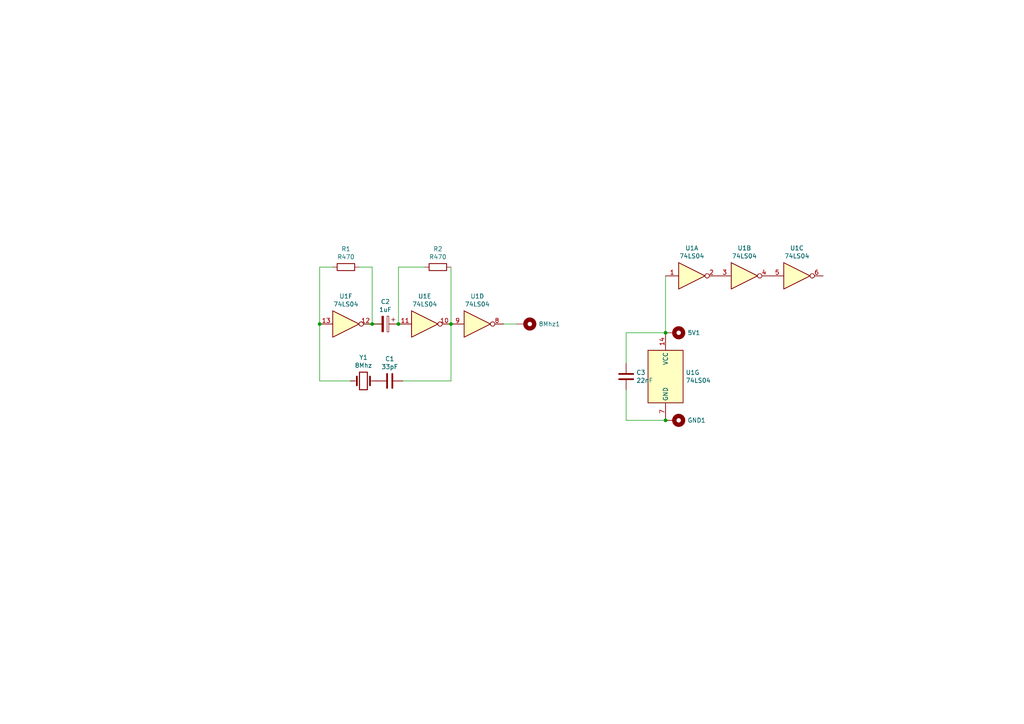
<source format=kicad_sch>
(kicad_sch
	(version 20231120)
	(generator "eeschema")
	(generator_version "8.0")
	(uuid "86c6e24e-8ea8-415d-9e72-65ca5e51824e")
	(paper "A4")
	(title_block
		(title "Sam Coupé DPU")
		(date "2021-02-19")
		(rev "1.0")
		(company "(C)1998 Edwin Blink")
		(comment 1 "PCB in KiCAD by Dan Dooré Feb 2021")
	)
	(lib_symbols
		(symbol "74xx:74LS04"
			(exclude_from_sim no)
			(in_bom yes)
			(on_board yes)
			(property "Reference" "U"
				(at 0 1.27 0)
				(effects
					(font
						(size 1.27 1.27)
					)
				)
			)
			(property "Value" "74LS04"
				(at 0 -1.27 0)
				(effects
					(font
						(size 1.27 1.27)
					)
				)
			)
			(property "Footprint" ""
				(at 0 0 0)
				(effects
					(font
						(size 1.27 1.27)
					)
					(hide yes)
				)
			)
			(property "Datasheet" "http://www.ti.com/lit/gpn/sn74LS04"
				(at 0 0 0)
				(effects
					(font
						(size 1.27 1.27)
					)
					(hide yes)
				)
			)
			(property "Description" "Hex Inverter"
				(at 0 0 0)
				(effects
					(font
						(size 1.27 1.27)
					)
					(hide yes)
				)
			)
			(property "ki_locked" ""
				(at 0 0 0)
				(effects
					(font
						(size 1.27 1.27)
					)
				)
			)
			(property "ki_keywords" "TTL not inv"
				(at 0 0 0)
				(effects
					(font
						(size 1.27 1.27)
					)
					(hide yes)
				)
			)
			(property "ki_fp_filters" "DIP*W7.62mm* SSOP?14* TSSOP?14*"
				(at 0 0 0)
				(effects
					(font
						(size 1.27 1.27)
					)
					(hide yes)
				)
			)
			(symbol "74LS04_1_0"
				(polyline
					(pts
						(xy -3.81 3.81) (xy -3.81 -3.81) (xy 3.81 0) (xy -3.81 3.81)
					)
					(stroke
						(width 0.254)
						(type default)
					)
					(fill
						(type background)
					)
				)
				(pin input line
					(at -7.62 0 0)
					(length 3.81)
					(name "~"
						(effects
							(font
								(size 1.27 1.27)
							)
						)
					)
					(number "1"
						(effects
							(font
								(size 1.27 1.27)
							)
						)
					)
				)
				(pin output inverted
					(at 7.62 0 180)
					(length 3.81)
					(name "~"
						(effects
							(font
								(size 1.27 1.27)
							)
						)
					)
					(number "2"
						(effects
							(font
								(size 1.27 1.27)
							)
						)
					)
				)
			)
			(symbol "74LS04_2_0"
				(polyline
					(pts
						(xy -3.81 3.81) (xy -3.81 -3.81) (xy 3.81 0) (xy -3.81 3.81)
					)
					(stroke
						(width 0.254)
						(type default)
					)
					(fill
						(type background)
					)
				)
				(pin input line
					(at -7.62 0 0)
					(length 3.81)
					(name "~"
						(effects
							(font
								(size 1.27 1.27)
							)
						)
					)
					(number "3"
						(effects
							(font
								(size 1.27 1.27)
							)
						)
					)
				)
				(pin output inverted
					(at 7.62 0 180)
					(length 3.81)
					(name "~"
						(effects
							(font
								(size 1.27 1.27)
							)
						)
					)
					(number "4"
						(effects
							(font
								(size 1.27 1.27)
							)
						)
					)
				)
			)
			(symbol "74LS04_3_0"
				(polyline
					(pts
						(xy -3.81 3.81) (xy -3.81 -3.81) (xy 3.81 0) (xy -3.81 3.81)
					)
					(stroke
						(width 0.254)
						(type default)
					)
					(fill
						(type background)
					)
				)
				(pin input line
					(at -7.62 0 0)
					(length 3.81)
					(name "~"
						(effects
							(font
								(size 1.27 1.27)
							)
						)
					)
					(number "5"
						(effects
							(font
								(size 1.27 1.27)
							)
						)
					)
				)
				(pin output inverted
					(at 7.62 0 180)
					(length 3.81)
					(name "~"
						(effects
							(font
								(size 1.27 1.27)
							)
						)
					)
					(number "6"
						(effects
							(font
								(size 1.27 1.27)
							)
						)
					)
				)
			)
			(symbol "74LS04_4_0"
				(polyline
					(pts
						(xy -3.81 3.81) (xy -3.81 -3.81) (xy 3.81 0) (xy -3.81 3.81)
					)
					(stroke
						(width 0.254)
						(type default)
					)
					(fill
						(type background)
					)
				)
				(pin output inverted
					(at 7.62 0 180)
					(length 3.81)
					(name "~"
						(effects
							(font
								(size 1.27 1.27)
							)
						)
					)
					(number "8"
						(effects
							(font
								(size 1.27 1.27)
							)
						)
					)
				)
				(pin input line
					(at -7.62 0 0)
					(length 3.81)
					(name "~"
						(effects
							(font
								(size 1.27 1.27)
							)
						)
					)
					(number "9"
						(effects
							(font
								(size 1.27 1.27)
							)
						)
					)
				)
			)
			(symbol "74LS04_5_0"
				(polyline
					(pts
						(xy -3.81 3.81) (xy -3.81 -3.81) (xy 3.81 0) (xy -3.81 3.81)
					)
					(stroke
						(width 0.254)
						(type default)
					)
					(fill
						(type background)
					)
				)
				(pin output inverted
					(at 7.62 0 180)
					(length 3.81)
					(name "~"
						(effects
							(font
								(size 1.27 1.27)
							)
						)
					)
					(number "10"
						(effects
							(font
								(size 1.27 1.27)
							)
						)
					)
				)
				(pin input line
					(at -7.62 0 0)
					(length 3.81)
					(name "~"
						(effects
							(font
								(size 1.27 1.27)
							)
						)
					)
					(number "11"
						(effects
							(font
								(size 1.27 1.27)
							)
						)
					)
				)
			)
			(symbol "74LS04_6_0"
				(polyline
					(pts
						(xy -3.81 3.81) (xy -3.81 -3.81) (xy 3.81 0) (xy -3.81 3.81)
					)
					(stroke
						(width 0.254)
						(type default)
					)
					(fill
						(type background)
					)
				)
				(pin output inverted
					(at 7.62 0 180)
					(length 3.81)
					(name "~"
						(effects
							(font
								(size 1.27 1.27)
							)
						)
					)
					(number "12"
						(effects
							(font
								(size 1.27 1.27)
							)
						)
					)
				)
				(pin input line
					(at -7.62 0 0)
					(length 3.81)
					(name "~"
						(effects
							(font
								(size 1.27 1.27)
							)
						)
					)
					(number "13"
						(effects
							(font
								(size 1.27 1.27)
							)
						)
					)
				)
			)
			(symbol "74LS04_7_0"
				(pin power_in line
					(at 0 12.7 270)
					(length 5.08)
					(name "VCC"
						(effects
							(font
								(size 1.27 1.27)
							)
						)
					)
					(number "14"
						(effects
							(font
								(size 1.27 1.27)
							)
						)
					)
				)
				(pin power_in line
					(at 0 -12.7 90)
					(length 5.08)
					(name "GND"
						(effects
							(font
								(size 1.27 1.27)
							)
						)
					)
					(number "7"
						(effects
							(font
								(size 1.27 1.27)
							)
						)
					)
				)
			)
			(symbol "74LS04_7_1"
				(rectangle
					(start -5.08 7.62)
					(end 5.08 -7.62)
					(stroke
						(width 0.254)
						(type default)
					)
					(fill
						(type background)
					)
				)
			)
		)
		(symbol "DPU-rescue:CP-Device"
			(pin_numbers hide)
			(pin_names
				(offset 0.254)
			)
			(exclude_from_sim no)
			(in_bom yes)
			(on_board yes)
			(property "Reference" "C"
				(at 0.635 2.54 0)
				(effects
					(font
						(size 1.27 1.27)
					)
					(justify left)
				)
			)
			(property "Value" "Device_CP"
				(at 0.635 -2.54 0)
				(effects
					(font
						(size 1.27 1.27)
					)
					(justify left)
				)
			)
			(property "Footprint" ""
				(at 0.9652 -3.81 0)
				(effects
					(font
						(size 1.27 1.27)
					)
					(hide yes)
				)
			)
			(property "Datasheet" ""
				(at 0 0 0)
				(effects
					(font
						(size 1.27 1.27)
					)
					(hide yes)
				)
			)
			(property "Description" ""
				(at 0 0 0)
				(effects
					(font
						(size 1.27 1.27)
					)
					(hide yes)
				)
			)
			(property "ki_fp_filters" "CP_*"
				(at 0 0 0)
				(effects
					(font
						(size 1.27 1.27)
					)
					(hide yes)
				)
			)
			(symbol "CP-Device_0_1"
				(rectangle
					(start -2.286 0.508)
					(end 2.286 1.016)
					(stroke
						(width 0)
						(type solid)
					)
					(fill
						(type none)
					)
				)
				(polyline
					(pts
						(xy -1.778 2.286) (xy -0.762 2.286)
					)
					(stroke
						(width 0)
						(type solid)
					)
					(fill
						(type none)
					)
				)
				(polyline
					(pts
						(xy -1.27 2.794) (xy -1.27 1.778)
					)
					(stroke
						(width 0)
						(type solid)
					)
					(fill
						(type none)
					)
				)
				(rectangle
					(start 2.286 -0.508)
					(end -2.286 -1.016)
					(stroke
						(width 0)
						(type solid)
					)
					(fill
						(type outline)
					)
				)
			)
			(symbol "CP-Device_1_1"
				(pin passive line
					(at 0 3.81 270)
					(length 2.794)
					(name "~"
						(effects
							(font
								(size 1.27 1.27)
							)
						)
					)
					(number "1"
						(effects
							(font
								(size 1.27 1.27)
							)
						)
					)
				)
				(pin passive line
					(at 0 -3.81 90)
					(length 2.794)
					(name "~"
						(effects
							(font
								(size 1.27 1.27)
							)
						)
					)
					(number "2"
						(effects
							(font
								(size 1.27 1.27)
							)
						)
					)
				)
			)
		)
		(symbol "Device:C"
			(pin_numbers hide)
			(pin_names
				(offset 0.254)
			)
			(exclude_from_sim no)
			(in_bom yes)
			(on_board yes)
			(property "Reference" "C"
				(at 0.635 2.54 0)
				(effects
					(font
						(size 1.27 1.27)
					)
					(justify left)
				)
			)
			(property "Value" "C"
				(at 0.635 -2.54 0)
				(effects
					(font
						(size 1.27 1.27)
					)
					(justify left)
				)
			)
			(property "Footprint" ""
				(at 0.9652 -3.81 0)
				(effects
					(font
						(size 1.27 1.27)
					)
					(hide yes)
				)
			)
			(property "Datasheet" "~"
				(at 0 0 0)
				(effects
					(font
						(size 1.27 1.27)
					)
					(hide yes)
				)
			)
			(property "Description" "Unpolarized capacitor"
				(at 0 0 0)
				(effects
					(font
						(size 1.27 1.27)
					)
					(hide yes)
				)
			)
			(property "ki_keywords" "cap capacitor"
				(at 0 0 0)
				(effects
					(font
						(size 1.27 1.27)
					)
					(hide yes)
				)
			)
			(property "ki_fp_filters" "C_*"
				(at 0 0 0)
				(effects
					(font
						(size 1.27 1.27)
					)
					(hide yes)
				)
			)
			(symbol "C_0_1"
				(polyline
					(pts
						(xy -2.032 -0.762) (xy 2.032 -0.762)
					)
					(stroke
						(width 0.508)
						(type default)
					)
					(fill
						(type none)
					)
				)
				(polyline
					(pts
						(xy -2.032 0.762) (xy 2.032 0.762)
					)
					(stroke
						(width 0.508)
						(type default)
					)
					(fill
						(type none)
					)
				)
			)
			(symbol "C_1_1"
				(pin passive line
					(at 0 3.81 270)
					(length 2.794)
					(name "~"
						(effects
							(font
								(size 1.27 1.27)
							)
						)
					)
					(number "1"
						(effects
							(font
								(size 1.27 1.27)
							)
						)
					)
				)
				(pin passive line
					(at 0 -3.81 90)
					(length 2.794)
					(name "~"
						(effects
							(font
								(size 1.27 1.27)
							)
						)
					)
					(number "2"
						(effects
							(font
								(size 1.27 1.27)
							)
						)
					)
				)
			)
		)
		(symbol "Device:Crystal"
			(pin_numbers hide)
			(pin_names
				(offset 1.016) hide)
			(exclude_from_sim no)
			(in_bom yes)
			(on_board yes)
			(property "Reference" "Y"
				(at 0 3.81 0)
				(effects
					(font
						(size 1.27 1.27)
					)
				)
			)
			(property "Value" "Crystal"
				(at 0 -3.81 0)
				(effects
					(font
						(size 1.27 1.27)
					)
				)
			)
			(property "Footprint" ""
				(at 0 0 0)
				(effects
					(font
						(size 1.27 1.27)
					)
					(hide yes)
				)
			)
			(property "Datasheet" "~"
				(at 0 0 0)
				(effects
					(font
						(size 1.27 1.27)
					)
					(hide yes)
				)
			)
			(property "Description" "Two pin crystal"
				(at 0 0 0)
				(effects
					(font
						(size 1.27 1.27)
					)
					(hide yes)
				)
			)
			(property "ki_keywords" "quartz ceramic resonator oscillator"
				(at 0 0 0)
				(effects
					(font
						(size 1.27 1.27)
					)
					(hide yes)
				)
			)
			(property "ki_fp_filters" "Crystal*"
				(at 0 0 0)
				(effects
					(font
						(size 1.27 1.27)
					)
					(hide yes)
				)
			)
			(symbol "Crystal_0_1"
				(rectangle
					(start -1.143 2.54)
					(end 1.143 -2.54)
					(stroke
						(width 0.3048)
						(type default)
					)
					(fill
						(type none)
					)
				)
				(polyline
					(pts
						(xy -2.54 0) (xy -1.905 0)
					)
					(stroke
						(width 0)
						(type default)
					)
					(fill
						(type none)
					)
				)
				(polyline
					(pts
						(xy -1.905 -1.27) (xy -1.905 1.27)
					)
					(stroke
						(width 0.508)
						(type default)
					)
					(fill
						(type none)
					)
				)
				(polyline
					(pts
						(xy 1.905 -1.27) (xy 1.905 1.27)
					)
					(stroke
						(width 0.508)
						(type default)
					)
					(fill
						(type none)
					)
				)
				(polyline
					(pts
						(xy 2.54 0) (xy 1.905 0)
					)
					(stroke
						(width 0)
						(type default)
					)
					(fill
						(type none)
					)
				)
			)
			(symbol "Crystal_1_1"
				(pin passive line
					(at -3.81 0 0)
					(length 1.27)
					(name "1"
						(effects
							(font
								(size 1.27 1.27)
							)
						)
					)
					(number "1"
						(effects
							(font
								(size 1.27 1.27)
							)
						)
					)
				)
				(pin passive line
					(at 3.81 0 180)
					(length 1.27)
					(name "2"
						(effects
							(font
								(size 1.27 1.27)
							)
						)
					)
					(number "2"
						(effects
							(font
								(size 1.27 1.27)
							)
						)
					)
				)
			)
		)
		(symbol "Device:R"
			(pin_numbers hide)
			(pin_names
				(offset 0)
			)
			(exclude_from_sim no)
			(in_bom yes)
			(on_board yes)
			(property "Reference" "R"
				(at 2.032 0 90)
				(effects
					(font
						(size 1.27 1.27)
					)
				)
			)
			(property "Value" "R"
				(at 0 0 90)
				(effects
					(font
						(size 1.27 1.27)
					)
				)
			)
			(property "Footprint" ""
				(at -1.778 0 90)
				(effects
					(font
						(size 1.27 1.27)
					)
					(hide yes)
				)
			)
			(property "Datasheet" "~"
				(at 0 0 0)
				(effects
					(font
						(size 1.27 1.27)
					)
					(hide yes)
				)
			)
			(property "Description" "Resistor"
				(at 0 0 0)
				(effects
					(font
						(size 1.27 1.27)
					)
					(hide yes)
				)
			)
			(property "ki_keywords" "R res resistor"
				(at 0 0 0)
				(effects
					(font
						(size 1.27 1.27)
					)
					(hide yes)
				)
			)
			(property "ki_fp_filters" "R_*"
				(at 0 0 0)
				(effects
					(font
						(size 1.27 1.27)
					)
					(hide yes)
				)
			)
			(symbol "R_0_1"
				(rectangle
					(start -1.016 -2.54)
					(end 1.016 2.54)
					(stroke
						(width 0.254)
						(type default)
					)
					(fill
						(type none)
					)
				)
			)
			(symbol "R_1_1"
				(pin passive line
					(at 0 3.81 270)
					(length 1.27)
					(name "~"
						(effects
							(font
								(size 1.27 1.27)
							)
						)
					)
					(number "1"
						(effects
							(font
								(size 1.27 1.27)
							)
						)
					)
				)
				(pin passive line
					(at 0 -3.81 90)
					(length 1.27)
					(name "~"
						(effects
							(font
								(size 1.27 1.27)
							)
						)
					)
					(number "2"
						(effects
							(font
								(size 1.27 1.27)
							)
						)
					)
				)
			)
		)
		(symbol "Mechanical:MountingHole_Pad"
			(pin_numbers hide)
			(pin_names
				(offset 1.016) hide)
			(exclude_from_sim yes)
			(in_bom no)
			(on_board yes)
			(property "Reference" "H"
				(at 0 6.35 0)
				(effects
					(font
						(size 1.27 1.27)
					)
				)
			)
			(property "Value" "MountingHole_Pad"
				(at 0 4.445 0)
				(effects
					(font
						(size 1.27 1.27)
					)
				)
			)
			(property "Footprint" ""
				(at 0 0 0)
				(effects
					(font
						(size 1.27 1.27)
					)
					(hide yes)
				)
			)
			(property "Datasheet" "~"
				(at 0 0 0)
				(effects
					(font
						(size 1.27 1.27)
					)
					(hide yes)
				)
			)
			(property "Description" "Mounting Hole with connection"
				(at 0 0 0)
				(effects
					(font
						(size 1.27 1.27)
					)
					(hide yes)
				)
			)
			(property "ki_keywords" "mounting hole"
				(at 0 0 0)
				(effects
					(font
						(size 1.27 1.27)
					)
					(hide yes)
				)
			)
			(property "ki_fp_filters" "MountingHole*Pad*"
				(at 0 0 0)
				(effects
					(font
						(size 1.27 1.27)
					)
					(hide yes)
				)
			)
			(symbol "MountingHole_Pad_0_1"
				(circle
					(center 0 1.27)
					(radius 1.27)
					(stroke
						(width 1.27)
						(type default)
					)
					(fill
						(type none)
					)
				)
			)
			(symbol "MountingHole_Pad_1_1"
				(pin input line
					(at 0 -2.54 90)
					(length 2.54)
					(name "1"
						(effects
							(font
								(size 1.27 1.27)
							)
						)
					)
					(number "1"
						(effects
							(font
								(size 1.27 1.27)
							)
						)
					)
				)
			)
		)
	)
	(junction
		(at 193.04 121.92)
		(diameter 0)
		(color 0 0 0 0)
		(uuid "298df627-8468-408d-8ec6-0d0d00a575d2")
	)
	(junction
		(at 115.57 93.98)
		(diameter 0)
		(color 0 0 0 0)
		(uuid "72fe95aa-b37f-4160-a7d4-334f16e3597f")
	)
	(junction
		(at 107.95 93.98)
		(diameter 0)
		(color 0 0 0 0)
		(uuid "bbcb18f6-cf11-4b03-9136-5914549b6561")
	)
	(junction
		(at 92.71 93.98)
		(diameter 0)
		(color 0 0 0 0)
		(uuid "bdbe9aad-5d75-4f53-88f2-83cd3c668cd1")
	)
	(junction
		(at 130.81 93.98)
		(diameter 0)
		(color 0 0 0 0)
		(uuid "e5389de5-a7e6-43b2-b81c-8ad62dc6b3cd")
	)
	(junction
		(at 193.04 96.52)
		(diameter 0)
		(color 0 0 0 0)
		(uuid "f6e647df-0ec9-4a40-a855-6cee47faec72")
	)
	(wire
		(pts
			(xy 105.41 93.98) (xy 107.95 93.98)
		)
		(stroke
			(width 0)
			(type default)
		)
		(uuid "01afc1ad-24d5-464b-83c9-d82a4cf0d095")
	)
	(wire
		(pts
			(xy 123.19 77.47) (xy 115.57 77.47)
		)
		(stroke
			(width 0)
			(type default)
		)
		(uuid "082ba35e-cd16-4418-ba77-563d9c795694")
	)
	(wire
		(pts
			(xy 181.61 121.92) (xy 193.04 121.92)
		)
		(stroke
			(width 0)
			(type default)
		)
		(uuid "0f38aa01-9ce6-4e10-9f21-af00924662de")
	)
	(wire
		(pts
			(xy 181.61 105.41) (xy 181.61 96.52)
		)
		(stroke
			(width 0)
			(type default)
		)
		(uuid "184f143d-8ff4-4bb8-8e73-1f396c0ad270")
	)
	(wire
		(pts
			(xy 130.81 110.49) (xy 130.81 93.98)
		)
		(stroke
			(width 0)
			(type default)
		)
		(uuid "2035a28f-61dc-4039-85e5-2392011cd340")
	)
	(wire
		(pts
			(xy 116.84 110.49) (xy 130.81 110.49)
		)
		(stroke
			(width 0)
			(type default)
		)
		(uuid "49baeaca-de36-422b-8938-06d33c5c1c3f")
	)
	(wire
		(pts
			(xy 92.71 77.47) (xy 92.71 93.98)
		)
		(stroke
			(width 0)
			(type default)
		)
		(uuid "629b01c3-7c64-4dfb-a53e-bce875d80db3")
	)
	(wire
		(pts
			(xy 104.14 77.47) (xy 107.95 77.47)
		)
		(stroke
			(width 0)
			(type default)
		)
		(uuid "6947b1be-8848-43c9-81b0-6d55042ed33f")
	)
	(wire
		(pts
			(xy 181.61 113.03) (xy 181.61 121.92)
		)
		(stroke
			(width 0)
			(type default)
		)
		(uuid "795f8a45-2eb4-46e5-bb8e-4e23e801d144")
	)
	(wire
		(pts
			(xy 110.49 93.98) (xy 107.95 93.98)
		)
		(stroke
			(width 0)
			(type default)
		)
		(uuid "8e644ff6-b6c5-47fa-aa58-892c7e867c7b")
	)
	(wire
		(pts
			(xy 130.81 77.47) (xy 130.81 93.98)
		)
		(stroke
			(width 0)
			(type default)
		)
		(uuid "a78bef92-bac8-42b9-84e1-4bce1ba1df10")
	)
	(wire
		(pts
			(xy 146.05 93.98) (xy 149.86 93.98)
		)
		(stroke
			(width 0)
			(type default)
		)
		(uuid "abe07387-d417-4181-9d32-08199bcbca11")
	)
	(wire
		(pts
			(xy 193.04 80.01) (xy 193.04 96.52)
		)
		(stroke
			(width 0)
			(type default)
		)
		(uuid "b4e2914a-e4bd-4122-bb50-8830db015313")
	)
	(wire
		(pts
			(xy 107.95 77.47) (xy 107.95 93.98)
		)
		(stroke
			(width 0)
			(type default)
		)
		(uuid "b536ea92-5ccb-4040-be5c-c93b88dfdba6")
	)
	(wire
		(pts
			(xy 96.52 77.47) (xy 92.71 77.47)
		)
		(stroke
			(width 0)
			(type default)
		)
		(uuid "bcf563a3-3617-4c56-b263-6e78e8fb8e8f")
	)
	(wire
		(pts
			(xy 92.71 110.49) (xy 101.6 110.49)
		)
		(stroke
			(width 0)
			(type default)
		)
		(uuid "d7cb93db-c394-4c34-b016-34c686012a8d")
	)
	(wire
		(pts
			(xy 181.61 96.52) (xy 193.04 96.52)
		)
		(stroke
			(width 0)
			(type default)
		)
		(uuid "e8da5cd5-ff46-4384-b362-0c6ab2923671")
	)
	(wire
		(pts
			(xy 92.71 93.98) (xy 92.71 110.49)
		)
		(stroke
			(width 0)
			(type default)
		)
		(uuid "eed39df7-10e6-4c24-ae1d-cd9d7b594f7b")
	)
	(wire
		(pts
			(xy 115.57 77.47) (xy 115.57 93.98)
		)
		(stroke
			(width 0)
			(type default)
		)
		(uuid "fe330dc1-66d8-487b-b2cc-a4a84a9798a5")
	)
	(symbol
		(lib_id "74xx:74LS04")
		(at 100.33 93.98 0)
		(unit 6)
		(exclude_from_sim no)
		(in_bom yes)
		(on_board yes)
		(dnp no)
		(uuid "00000000-0000-0000-0000-000060300a59")
		(property "Reference" "U1"
			(at 100.33 85.9282 0)
			(effects
				(font
					(size 1.27 1.27)
				)
			)
		)
		(property "Value" "74LS04"
			(at 100.33 88.2396 0)
			(effects
				(font
					(size 1.27 1.27)
				)
			)
		)
		(property "Footprint" "Package_DIP:DIP-14_W7.62mm"
			(at 100.33 88.265 0)
			(effects
				(font
					(size 1.27 1.27)
				)
				(hide yes)
			)
		)
		(property "Datasheet" "http://www.ti.com/lit/gpn/sn74LS04"
			(at 100.33 93.98 0)
			(effects
				(font
					(size 1.27 1.27)
				)
				(hide yes)
			)
		)
		(property "Description" ""
			(at 100.33 93.98 0)
			(effects
				(font
					(size 1.27 1.27)
				)
				(hide yes)
			)
		)
		(pin "13"
			(uuid "9c7b5d91-79df-4985-ba38-6e11f3c17b19")
		)
		(pin "7"
			(uuid "31e44676-6e68-462a-a7d0-1777fa299f11")
		)
		(pin "14"
			(uuid "558a68a9-12f2-442a-a4f9-7b065030a7ac")
		)
		(pin "10"
			(uuid "9a59ea50-ec0a-49e5-aa4b-cc50aa904db8")
		)
		(pin "11"
			(uuid "97b1eabc-9802-4745-a1f4-576b8118220a")
		)
		(pin "2"
			(uuid "afde2389-5842-4d18-8a98-70e5c9b03b23")
		)
		(pin "8"
			(uuid "9ac8fce7-fff8-4ad8-ad80-2ec2349f713b")
		)
		(pin "9"
			(uuid "c1741ae3-8fab-49a0-8c57-e05670c91236")
		)
		(pin "12"
			(uuid "dc3b6615-20b1-4af2-8522-6665d3dc533d")
		)
		(pin "1"
			(uuid "83c134e0-bc44-496b-bbab-efe907f15c63")
		)
		(pin "3"
			(uuid "7200cc02-9afa-4054-b8e7-abe36a8881ea")
		)
		(pin "4"
			(uuid "d3b521e9-4235-45d4-b471-dc0c0b9c27c7")
		)
		(pin "5"
			(uuid "202da263-aec3-4fc3-b7be-b04a3c094ab3")
		)
		(pin "6"
			(uuid "bbb5b572-c023-4854-9a69-f20f46cfae7b")
		)
		(instances
			(project "DPU"
				(path "/86c6e24e-8ea8-415d-9e72-65ca5e51824e"
					(reference "U1")
					(unit 6)
				)
			)
		)
	)
	(symbol
		(lib_id "74xx:74LS04")
		(at 123.19 93.98 0)
		(unit 5)
		(exclude_from_sim no)
		(in_bom yes)
		(on_board yes)
		(dnp no)
		(uuid "00000000-0000-0000-0000-000060301fdc")
		(property "Reference" "U1"
			(at 123.19 85.9282 0)
			(effects
				(font
					(size 1.27 1.27)
				)
			)
		)
		(property "Value" "74LS04"
			(at 123.19 88.2396 0)
			(effects
				(font
					(size 1.27 1.27)
				)
			)
		)
		(property "Footprint" "Package_DIP:DIP-14_W7.62mm"
			(at 123.19 93.98 0)
			(effects
				(font
					(size 1.27 1.27)
				)
				(hide yes)
			)
		)
		(property "Datasheet" "http://www.ti.com/lit/gpn/sn74LS04"
			(at 123.19 93.98 0)
			(effects
				(font
					(size 1.27 1.27)
				)
				(hide yes)
			)
		)
		(property "Description" ""
			(at 123.19 93.98 0)
			(effects
				(font
					(size 1.27 1.27)
				)
				(hide yes)
			)
		)
		(pin "13"
			(uuid "9f71e3b3-9a1e-4a8e-9a45-1080b7d95b1f")
		)
		(pin "14"
			(uuid "6d38d123-b03d-4a2e-a9f1-59d53dd41e9c")
		)
		(pin "7"
			(uuid "7eec53a2-ca5c-44ec-8d04-4f68908598c1")
		)
		(pin "9"
			(uuid "6e6ee4ff-3ccb-4680-8d9e-576db9b42ac6")
		)
		(pin "3"
			(uuid "90c9327d-b220-4a7b-9bc3-153d0aa633d6")
		)
		(pin "2"
			(uuid "dbbcde46-2e6d-49ae-bb30-648328f88405")
		)
		(pin "4"
			(uuid "51edbfce-9e79-49ef-bd1a-8203d240576a")
		)
		(pin "8"
			(uuid "c461a2cc-d506-4e9e-bf1c-72788c9832fe")
		)
		(pin "11"
			(uuid "4fbd16b9-e765-4c48-9402-85553ff3bdd5")
		)
		(pin "1"
			(uuid "29b76608-dd93-4371-b168-dbc95d18b252")
		)
		(pin "5"
			(uuid "76f80aac-86c1-4f97-9622-58d83d59da11")
		)
		(pin "6"
			(uuid "de465bc7-a089-4634-bbde-7fdb64d7ea45")
		)
		(pin "10"
			(uuid "6ad04fe4-363e-4a5f-a7be-4416a6b33d86")
		)
		(pin "12"
			(uuid "524f8df1-5d42-4599-81f5-b6e002b5adc6")
		)
		(instances
			(project "DPU"
				(path "/86c6e24e-8ea8-415d-9e72-65ca5e51824e"
					(reference "U1")
					(unit 5)
				)
			)
		)
	)
	(symbol
		(lib_id "74xx:74LS04")
		(at 138.43 93.98 0)
		(unit 4)
		(exclude_from_sim no)
		(in_bom yes)
		(on_board yes)
		(dnp no)
		(uuid "00000000-0000-0000-0000-000060303f7b")
		(property "Reference" "U1"
			(at 138.43 85.9282 0)
			(effects
				(font
					(size 1.27 1.27)
				)
			)
		)
		(property "Value" "74LS04"
			(at 138.43 88.2396 0)
			(effects
				(font
					(size 1.27 1.27)
				)
			)
		)
		(property "Footprint" "Package_DIP:DIP-14_W7.62mm"
			(at 138.43 93.98 0)
			(effects
				(font
					(size 1.27 1.27)
				)
				(hide yes)
			)
		)
		(property "Datasheet" "http://www.ti.com/lit/gpn/sn74LS04"
			(at 138.43 93.98 0)
			(effects
				(font
					(size 1.27 1.27)
				)
				(hide yes)
			)
		)
		(property "Description" ""
			(at 138.43 93.98 0)
			(effects
				(font
					(size 1.27 1.27)
				)
				(hide yes)
			)
		)
		(pin "1"
			(uuid "6bc125c9-fe0a-4fb9-ba87-9629b2aa5208")
		)
		(pin "7"
			(uuid "80c70fab-2645-40c3-9203-90ac1a5cfcad")
		)
		(pin "11"
			(uuid "542343a0-9df6-49be-8ca3-f211545fdf5c")
		)
		(pin "14"
			(uuid "dd4a5446-7daa-4ba1-a403-a0a6fa5f35ce")
		)
		(pin "10"
			(uuid "15a031a0-d906-4aac-ba48-369a57721e8c")
		)
		(pin "2"
			(uuid "16809346-7b8f-407b-9cd3-60aa36f75f31")
		)
		(pin "5"
			(uuid "ed465822-c912-43cb-b309-0815cd46f240")
		)
		(pin "4"
			(uuid "c5f68bdc-f53e-493e-88f2-44fb15e6474b")
		)
		(pin "8"
			(uuid "1e649233-1b89-4432-a42d-b28b68efa90b")
		)
		(pin "9"
			(uuid "43ac34af-b4eb-4d85-9e7d-6282271f0b93")
		)
		(pin "12"
			(uuid "fbc3f776-116c-4b65-94b8-072c5a3d4e10")
		)
		(pin "6"
			(uuid "18602aa0-16db-48ce-b0a7-330396fa7f86")
		)
		(pin "13"
			(uuid "99d733c1-a695-410e-819b-2d0917a56a18")
		)
		(pin "3"
			(uuid "97f12c01-4bd4-49a5-a94a-426f52834b2f")
		)
		(instances
			(project "DPU"
				(path "/86c6e24e-8ea8-415d-9e72-65ca5e51824e"
					(reference "U1")
					(unit 4)
				)
			)
		)
	)
	(symbol
		(lib_id "74xx:74LS04")
		(at 200.66 80.01 0)
		(unit 1)
		(exclude_from_sim no)
		(in_bom yes)
		(on_board yes)
		(dnp no)
		(uuid "00000000-0000-0000-0000-0000603044ec")
		(property "Reference" "U1"
			(at 200.66 71.9582 0)
			(effects
				(font
					(size 1.27 1.27)
				)
			)
		)
		(property "Value" "74LS04"
			(at 200.66 74.2696 0)
			(effects
				(font
					(size 1.27 1.27)
				)
			)
		)
		(property "Footprint" "Package_DIP:DIP-14_W7.62mm"
			(at 200.66 80.01 0)
			(effects
				(font
					(size 1.27 1.27)
				)
				(hide yes)
			)
		)
		(property "Datasheet" "http://www.ti.com/lit/gpn/sn74LS04"
			(at 200.66 80.01 0)
			(effects
				(font
					(size 1.27 1.27)
				)
				(hide yes)
			)
		)
		(property "Description" ""
			(at 200.66 80.01 0)
			(effects
				(font
					(size 1.27 1.27)
				)
				(hide yes)
			)
		)
		(pin "11"
			(uuid "ad0bcde9-2c30-4aa9-96c0-58e67318fc84")
		)
		(pin "13"
			(uuid "282f85c7-1e80-497b-82b4-6867a859b2f6")
		)
		(pin "9"
			(uuid "2105122e-7e29-4749-a46a-7b4d0502aa27")
		)
		(pin "8"
			(uuid "f05e0ad2-fc28-4b45-bd7f-01a73a408210")
		)
		(pin "12"
			(uuid "85266373-9628-4241-afeb-6491bcd022ff")
		)
		(pin "14"
			(uuid "29fa2d12-ff6d-4d8a-812f-62be038470a8")
		)
		(pin "1"
			(uuid "61a1f3f6-0eba-417a-a1c8-b22d804b8019")
		)
		(pin "3"
			(uuid "d1aaabc8-d99f-4b82-acd0-d1a7dfd4e1cf")
		)
		(pin "4"
			(uuid "40def369-804e-4028-ae56-9e58ba3445f5")
		)
		(pin "6"
			(uuid "b53fc91c-bf36-489e-86f1-7f097b7686ab")
		)
		(pin "10"
			(uuid "1d52d7a9-fbdd-4b95-a8e4-823ed66d4fa3")
		)
		(pin "7"
			(uuid "359891e9-f3c5-4967-b870-6f48b3ae51d8")
		)
		(pin "2"
			(uuid "98ac2dc7-ac27-4021-8de0-7a2768957182")
		)
		(pin "5"
			(uuid "97cbb315-9f29-4537-a45b-05a25f57bddd")
		)
		(instances
			(project "DPU"
				(path "/86c6e24e-8ea8-415d-9e72-65ca5e51824e"
					(reference "U1")
					(unit 1)
				)
			)
		)
	)
	(symbol
		(lib_id "74xx:74LS04")
		(at 215.9 80.01 0)
		(unit 2)
		(exclude_from_sim no)
		(in_bom yes)
		(on_board yes)
		(dnp no)
		(uuid "00000000-0000-0000-0000-000060305246")
		(property "Reference" "U1"
			(at 215.9 71.9582 0)
			(effects
				(font
					(size 1.27 1.27)
				)
			)
		)
		(property "Value" "74LS04"
			(at 215.9 74.2696 0)
			(effects
				(font
					(size 1.27 1.27)
				)
			)
		)
		(property "Footprint" "Package_DIP:DIP-14_W7.62mm"
			(at 215.9 80.01 0)
			(effects
				(font
					(size 1.27 1.27)
				)
				(hide yes)
			)
		)
		(property "Datasheet" "http://www.ti.com/lit/gpn/sn74LS04"
			(at 215.9 80.01 0)
			(effects
				(font
					(size 1.27 1.27)
				)
				(hide yes)
			)
		)
		(property "Description" ""
			(at 215.9 80.01 0)
			(effects
				(font
					(size 1.27 1.27)
				)
				(hide yes)
			)
		)
		(pin "12"
			(uuid "1abf8944-8327-44cf-bf87-a1c523829128")
		)
		(pin "7"
			(uuid "ff4f0797-e91f-4841-9217-52532ab5306a")
		)
		(pin "14"
			(uuid "27126d89-8b49-45e4-8f0e-1dcf4b2b4fa5")
		)
		(pin "11"
			(uuid "5032cac4-866e-4538-9f5d-ef22c3921e56")
		)
		(pin "10"
			(uuid "b1b2dd69-1eca-4894-bc85-be27e205839f")
		)
		(pin "2"
			(uuid "b2746400-4859-4a2a-ae80-e5a1028d0c54")
		)
		(pin "4"
			(uuid "0a162148-0262-4baf-bb6c-449a4bb3869c")
		)
		(pin "6"
			(uuid "d3fae10b-8835-41ed-bc0c-d945cedcc3ac")
		)
		(pin "3"
			(uuid "4d797309-a8dd-47e2-b010-56dd7d251601")
		)
		(pin "9"
			(uuid "2226ddb0-67ba-4c33-985a-1921b545cd42")
		)
		(pin "8"
			(uuid "50908ee9-f385-46ce-84a2-4853468e8f8f")
		)
		(pin "13"
			(uuid "c3628740-f72c-47bf-aa5a-76eac8030a31")
		)
		(pin "1"
			(uuid "ce33a756-6fac-4292-bff9-84dda22401ef")
		)
		(pin "5"
			(uuid "d7701a4c-aa4e-4449-822d-c38d33990d48")
		)
		(instances
			(project "DPU"
				(path "/86c6e24e-8ea8-415d-9e72-65ca5e51824e"
					(reference "U1")
					(unit 2)
				)
			)
		)
	)
	(symbol
		(lib_id "74xx:74LS04")
		(at 231.14 80.01 0)
		(unit 3)
		(exclude_from_sim no)
		(in_bom yes)
		(on_board yes)
		(dnp no)
		(uuid "00000000-0000-0000-0000-00006030608c")
		(property "Reference" "U1"
			(at 231.14 71.9582 0)
			(effects
				(font
					(size 1.27 1.27)
				)
			)
		)
		(property "Value" "74LS04"
			(at 231.14 74.2696 0)
			(effects
				(font
					(size 1.27 1.27)
				)
			)
		)
		(property "Footprint" "Package_DIP:DIP-14_W7.62mm"
			(at 231.14 80.01 0)
			(effects
				(font
					(size 1.27 1.27)
				)
				(hide yes)
			)
		)
		(property "Datasheet" "http://www.ti.com/lit/gpn/sn74LS04"
			(at 231.14 80.01 0)
			(effects
				(font
					(size 1.27 1.27)
				)
				(hide yes)
			)
		)
		(property "Description" ""
			(at 231.14 80.01 0)
			(effects
				(font
					(size 1.27 1.27)
				)
				(hide yes)
			)
		)
		(pin "10"
			(uuid "4a72042f-3aec-4ba6-8c28-6433de7f2e66")
		)
		(pin "11"
			(uuid "c79967b4-1153-444e-a17b-ac1436eb54c8")
		)
		(pin "6"
			(uuid "1bd112a6-5483-478b-bfac-12eed58a5698")
		)
		(pin "13"
			(uuid "70a7fa7b-a58e-4c03-bdac-d3ef682f625f")
		)
		(pin "2"
			(uuid "11c20bca-922b-43f1-8ca3-0098bca9699c")
		)
		(pin "14"
			(uuid "838ee40a-9a87-4179-928a-783d5ee8cb37")
		)
		(pin "4"
			(uuid "d1d56710-19f9-472b-9dd4-60b1716416e6")
		)
		(pin "5"
			(uuid "0484a9bd-87d3-46d3-82d4-070a248ddfe7")
		)
		(pin "9"
			(uuid "40deb69a-8c90-4deb-9f4b-5e72e0799f85")
		)
		(pin "1"
			(uuid "d75c503e-c447-4dca-b047-761c3e992114")
		)
		(pin "8"
			(uuid "ac9e1bd1-65ee-4b74-9539-4e196553b90f")
		)
		(pin "3"
			(uuid "23a63089-bbc8-4db1-8a88-d87ac2b0f85b")
		)
		(pin "7"
			(uuid "dbcaea80-bc2a-4c77-876b-16d745a313a0")
		)
		(pin "12"
			(uuid "c7560fc3-bdef-42f9-b843-c1332700d599")
		)
		(instances
			(project "DPU"
				(path "/86c6e24e-8ea8-415d-9e72-65ca5e51824e"
					(reference "U1")
					(unit 3)
				)
			)
		)
	)
	(symbol
		(lib_id "74xx:74LS04")
		(at 193.04 109.22 0)
		(unit 7)
		(exclude_from_sim no)
		(in_bom yes)
		(on_board yes)
		(dnp no)
		(uuid "00000000-0000-0000-0000-000060307679")
		(property "Reference" "U1"
			(at 198.882 108.0516 0)
			(effects
				(font
					(size 1.27 1.27)
				)
				(justify left)
			)
		)
		(property "Value" "74LS04"
			(at 198.882 110.363 0)
			(effects
				(font
					(size 1.27 1.27)
				)
				(justify left)
			)
		)
		(property "Footprint" "Package_DIP:DIP-14_W7.62mm"
			(at 193.04 109.22 0)
			(effects
				(font
					(size 1.27 1.27)
				)
				(hide yes)
			)
		)
		(property "Datasheet" "http://www.ti.com/lit/gpn/sn74LS04"
			(at 193.04 109.22 0)
			(effects
				(font
					(size 1.27 1.27)
				)
				(hide yes)
			)
		)
		(property "Description" ""
			(at 193.04 109.22 0)
			(effects
				(font
					(size 1.27 1.27)
				)
				(hide yes)
			)
		)
		(pin "10"
			(uuid "283edd09-c161-435f-9e01-e7aaae3c176f")
		)
		(pin "11"
			(uuid "1aed5a32-a35b-4ed5-b72d-f34677637358")
		)
		(pin "3"
			(uuid "89050c74-396d-4fc4-83e8-8ba08fc35e03")
		)
		(pin "6"
			(uuid "f5a23031-7db6-4b7e-84ae-e7ec5c8888cf")
		)
		(pin "1"
			(uuid "97a7f935-ab60-44c8-b443-603153b9b664")
		)
		(pin "13"
			(uuid "ead8e5f8-5c04-4ca6-8ce9-cf492d938e5d")
		)
		(pin "14"
			(uuid "e807ef88-6a3c-4c4d-99f1-61f47211cb14")
		)
		(pin "4"
			(uuid "ff9ba425-d445-4e88-8370-e6d0cc53cf9f")
		)
		(pin "5"
			(uuid "e17f329b-3130-4684-b9d3-94fd782cc446")
		)
		(pin "9"
			(uuid "31a5640c-99b0-4d95-b28e-4d557c052551")
		)
		(pin "8"
			(uuid "e510709a-cf63-431a-9a07-642e697394b8")
		)
		(pin "2"
			(uuid "cecf38b8-36e9-4b38-b9cd-32eee11aaf7b")
		)
		(pin "7"
			(uuid "4e335077-daf6-4490-85d4-49293fcc222d")
		)
		(pin "12"
			(uuid "9866f1f7-8831-4430-80fb-7c31a12da442")
		)
		(instances
			(project "DPU"
				(path "/86c6e24e-8ea8-415d-9e72-65ca5e51824e"
					(reference "U1")
					(unit 7)
				)
			)
		)
	)
	(symbol
		(lib_id "Device:R")
		(at 100.33 77.47 270)
		(unit 1)
		(exclude_from_sim no)
		(in_bom yes)
		(on_board yes)
		(dnp no)
		(uuid "00000000-0000-0000-0000-00006030e248")
		(property "Reference" "R1"
			(at 100.33 72.2122 90)
			(effects
				(font
					(size 1.27 1.27)
				)
			)
		)
		(property "Value" "R470"
			(at 100.33 74.5236 90)
			(effects
				(font
					(size 1.27 1.27)
				)
			)
		)
		(property "Footprint" "Resistor_THT:R_Axial_DIN0207_L6.3mm_D2.5mm_P7.62mm_Horizontal"
			(at 98.0186 79.248 0)
			(effects
				(font
					(size 1.27 1.27)
				)
				(justify left)
				(hide yes)
			)
		)
		(property "Datasheet" "~"
			(at 100.33 77.47 0)
			(effects
				(font
					(size 1.27 1.27)
				)
				(hide yes)
			)
		)
		(property "Description" ""
			(at 100.33 77.47 0)
			(effects
				(font
					(size 1.27 1.27)
				)
				(hide yes)
			)
		)
		(pin "1"
			(uuid "9811f855-9fd4-4d9e-a131-9b33d8bf67b9")
		)
		(pin "2"
			(uuid "d052293b-cd5a-41d4-994f-5cea05ffd42d")
		)
		(instances
			(project "DPU"
				(path "/86c6e24e-8ea8-415d-9e72-65ca5e51824e"
					(reference "R1")
					(unit 1)
				)
			)
		)
	)
	(symbol
		(lib_id "DPU-rescue:CP-Device")
		(at 111.76 93.98 270)
		(unit 1)
		(exclude_from_sim no)
		(in_bom yes)
		(on_board yes)
		(dnp no)
		(uuid "00000000-0000-0000-0000-00006033b4f0")
		(property "Reference" "C2"
			(at 111.76 87.503 90)
			(effects
				(font
					(size 1.27 1.27)
				)
			)
		)
		(property "Value" "1uF"
			(at 111.76 89.8144 90)
			(effects
				(font
					(size 1.27 1.27)
				)
			)
		)
		(property "Footprint" "Capacitor_THT:CP_Radial_D4.0mm_P2.00mm"
			(at 107.95 94.9452 0)
			(effects
				(font
					(size 1.27 1.27)
				)
				(hide yes)
			)
		)
		(property "Datasheet" "~"
			(at 111.76 93.98 0)
			(effects
				(font
					(size 1.27 1.27)
				)
				(hide yes)
			)
		)
		(property "Description" ""
			(at 111.76 93.98 0)
			(effects
				(font
					(size 1.27 1.27)
				)
				(hide yes)
			)
		)
		(pin "1"
			(uuid "b6c280fc-43d0-4664-9643-91b60c3d50e3")
		)
		(pin "2"
			(uuid "64452bc5-96d6-4f38-a4ef-500afa6a9c22")
		)
		(instances
			(project "DPU"
				(path "/86c6e24e-8ea8-415d-9e72-65ca5e51824e"
					(reference "C2")
					(unit 1)
				)
			)
		)
	)
	(symbol
		(lib_id "Device:R")
		(at 127 77.47 270)
		(unit 1)
		(exclude_from_sim no)
		(in_bom yes)
		(on_board yes)
		(dnp no)
		(uuid "00000000-0000-0000-0000-00006033d99b")
		(property "Reference" "R2"
			(at 127 72.2122 90)
			(effects
				(font
					(size 1.27 1.27)
				)
			)
		)
		(property "Value" "R470"
			(at 127 74.5236 90)
			(effects
				(font
					(size 1.27 1.27)
				)
			)
		)
		(property "Footprint" "Resistor_THT:R_Axial_DIN0207_L6.3mm_D2.5mm_P7.62mm_Horizontal"
			(at 124.6886 79.248 0)
			(effects
				(font
					(size 1.27 1.27)
				)
				(justify left)
				(hide yes)
			)
		)
		(property "Datasheet" "~"
			(at 127 77.47 0)
			(effects
				(font
					(size 1.27 1.27)
				)
				(hide yes)
			)
		)
		(property "Description" ""
			(at 127 77.47 0)
			(effects
				(font
					(size 1.27 1.27)
				)
				(hide yes)
			)
		)
		(pin "2"
			(uuid "e1d56e4b-f9aa-44fc-a80e-bb472bbffcd8")
		)
		(pin "1"
			(uuid "7aecd3c8-c80b-497e-917d-8d2c7446fd95")
		)
		(instances
			(project "DPU"
				(path "/86c6e24e-8ea8-415d-9e72-65ca5e51824e"
					(reference "R2")
					(unit 1)
				)
			)
		)
	)
	(symbol
		(lib_id "Device:Crystal")
		(at 105.41 110.49 0)
		(unit 1)
		(exclude_from_sim no)
		(in_bom yes)
		(on_board yes)
		(dnp no)
		(uuid "00000000-0000-0000-0000-000060342d97")
		(property "Reference" "Y1"
			(at 105.41 103.6828 0)
			(effects
				(font
					(size 1.27 1.27)
				)
			)
		)
		(property "Value" "8Mhz"
			(at 105.41 105.9942 0)
			(effects
				(font
					(size 1.27 1.27)
				)
			)
		)
		(property "Footprint" "Crystal:Crystal_HC49-U_Vertical"
			(at 105.41 110.49 0)
			(effects
				(font
					(size 1.27 1.27)
				)
				(hide yes)
			)
		)
		(property "Datasheet" "~"
			(at 105.41 110.49 0)
			(effects
				(font
					(size 1.27 1.27)
				)
				(hide yes)
			)
		)
		(property "Description" ""
			(at 105.41 110.49 0)
			(effects
				(font
					(size 1.27 1.27)
				)
				(hide yes)
			)
		)
		(pin "2"
			(uuid "92ca05a3-6eda-45a2-bf0c-de34f17e04eb")
		)
		(pin "1"
			(uuid "611bdcc1-9fbe-45e2-811a-da310e79385b")
		)
		(instances
			(project "DPU"
				(path "/86c6e24e-8ea8-415d-9e72-65ca5e51824e"
					(reference "Y1")
					(unit 1)
				)
			)
		)
	)
	(symbol
		(lib_id "Device:C")
		(at 113.03 110.49 270)
		(unit 1)
		(exclude_from_sim no)
		(in_bom yes)
		(on_board yes)
		(dnp no)
		(uuid "00000000-0000-0000-0000-000060343916")
		(property "Reference" "C1"
			(at 113.03 104.0892 90)
			(effects
				(font
					(size 1.27 1.27)
				)
			)
		)
		(property "Value" "33pF"
			(at 113.03 106.4006 90)
			(effects
				(font
					(size 1.27 1.27)
				)
			)
		)
		(property "Footprint" "Capacitor_THT:C_Disc_D5.0mm_W2.5mm_P5.00mm"
			(at 109.22 111.4552 0)
			(effects
				(font
					(size 1.27 1.27)
				)
				(hide yes)
			)
		)
		(property "Datasheet" "~"
			(at 113.03 110.49 0)
			(effects
				(font
					(size 1.27 1.27)
				)
				(hide yes)
			)
		)
		(property "Description" ""
			(at 113.03 110.49 0)
			(effects
				(font
					(size 1.27 1.27)
				)
				(hide yes)
			)
		)
		(pin "1"
			(uuid "212173e4-3f08-42f5-9344-95e14cc49d6c")
		)
		(pin "2"
			(uuid "5ff59b81-7db0-4fc7-9be2-4b91f414a5cf")
		)
		(instances
			(project "DPU"
				(path "/86c6e24e-8ea8-415d-9e72-65ca5e51824e"
					(reference "C1")
					(unit 1)
				)
			)
		)
	)
	(symbol
		(lib_id "Device:C")
		(at 181.61 109.22 0)
		(unit 1)
		(exclude_from_sim no)
		(in_bom yes)
		(on_board yes)
		(dnp no)
		(uuid "00000000-0000-0000-0000-000060346b26")
		(property "Reference" "C3"
			(at 184.531 108.0516 0)
			(effects
				(font
					(size 1.27 1.27)
				)
				(justify left)
			)
		)
		(property "Value" "22nF"
			(at 184.531 110.363 0)
			(effects
				(font
					(size 1.27 1.27)
				)
				(justify left)
			)
		)
		(property "Footprint" "Capacitor_THT:C_Disc_D5.0mm_W2.5mm_P5.00mm"
			(at 182.5752 113.03 0)
			(effects
				(font
					(size 1.27 1.27)
				)
				(hide yes)
			)
		)
		(property "Datasheet" "~"
			(at 181.61 109.22 0)
			(effects
				(font
					(size 1.27 1.27)
				)
				(hide yes)
			)
		)
		(property "Description" ""
			(at 181.61 109.22 0)
			(effects
				(font
					(size 1.27 1.27)
				)
				(hide yes)
			)
		)
		(pin "2"
			(uuid "a1228954-7656-4e1d-a5bc-b6f1cc3b43d7")
		)
		(pin "1"
			(uuid "8c4e6d8d-ae6e-4ff5-94d3-8de9d4b5e72b")
		)
		(instances
			(project "DPU"
				(path "/86c6e24e-8ea8-415d-9e72-65ca5e51824e"
					(reference "C3")
					(unit 1)
				)
			)
		)
	)
	(symbol
		(lib_id "Mechanical:MountingHole_Pad")
		(at 152.4 93.98 270)
		(unit 1)
		(exclude_from_sim no)
		(in_bom yes)
		(on_board yes)
		(dnp no)
		(uuid "00000000-0000-0000-0000-000060358ce3")
		(property "Reference" "8Mhz1"
			(at 156.21 93.98 90)
			(effects
				(font
					(size 1.27 1.27)
				)
				(justify left)
			)
		)
		(property "Value" "MountingHole_Pad"
			(at 156.21 95.123 90)
			(effects
				(font
					(size 1.27 1.27)
				)
				(justify left)
				(hide yes)
			)
		)
		(property "Footprint" "Connector_Wire:SolderWire-0.75sqmm_1x01_D1.25mm_OD2.3mm"
			(at 152.4 93.98 0)
			(effects
				(font
					(size 1.27 1.27)
				)
				(hide yes)
			)
		)
		(property "Datasheet" "~"
			(at 152.4 93.98 0)
			(effects
				(font
					(size 1.27 1.27)
				)
				(hide yes)
			)
		)
		(property "Description" ""
			(at 152.4 93.98 0)
			(effects
				(font
					(size 1.27 1.27)
				)
				(hide yes)
			)
		)
		(pin "1"
			(uuid "e3811053-f655-4a2f-8f1b-c93872d9b485")
		)
		(instances
			(project "DPU"
				(path "/86c6e24e-8ea8-415d-9e72-65ca5e51824e"
					(reference "8Mhz1")
					(unit 1)
				)
			)
		)
	)
	(symbol
		(lib_id "Mechanical:MountingHole_Pad")
		(at 195.58 121.92 270)
		(unit 1)
		(exclude_from_sim no)
		(in_bom yes)
		(on_board yes)
		(dnp no)
		(uuid "00000000-0000-0000-0000-000060359b18")
		(property "Reference" "GND1"
			(at 199.39 121.92 90)
			(effects
				(font
					(size 1.27 1.27)
				)
				(justify left)
			)
		)
		(property "Value" "MountingHole_Pad"
			(at 199.39 123.063 90)
			(effects
				(font
					(size 1.27 1.27)
				)
				(justify left)
				(hide yes)
			)
		)
		(property "Footprint" "Connector_Wire:SolderWire-0.75sqmm_1x01_D1.25mm_OD2.3mm"
			(at 195.58 121.92 0)
			(effects
				(font
					(size 1.27 1.27)
				)
				(hide yes)
			)
		)
		(property "Datasheet" "~"
			(at 195.58 121.92 0)
			(effects
				(font
					(size 1.27 1.27)
				)
				(hide yes)
			)
		)
		(property "Description" ""
			(at 195.58 121.92 0)
			(effects
				(font
					(size 1.27 1.27)
				)
				(hide yes)
			)
		)
		(pin "1"
			(uuid "a4e3f607-2063-4c83-9013-7608c1a68c44")
		)
		(instances
			(project "DPU"
				(path "/86c6e24e-8ea8-415d-9e72-65ca5e51824e"
					(reference "GND1")
					(unit 1)
				)
			)
		)
	)
	(symbol
		(lib_id "Mechanical:MountingHole_Pad")
		(at 195.58 96.52 270)
		(unit 1)
		(exclude_from_sim no)
		(in_bom yes)
		(on_board yes)
		(dnp no)
		(uuid "00000000-0000-0000-0000-00006035c38b")
		(property "Reference" "5V1"
			(at 199.39 96.52 90)
			(effects
				(font
					(size 1.27 1.27)
				)
				(justify left)
			)
		)
		(property "Value" "MountingHole_Pad"
			(at 199.39 97.663 90)
			(effects
				(font
					(size 1.27 1.27)
				)
				(justify left)
				(hide yes)
			)
		)
		(property "Footprint" "Connector_Wire:SolderWire-0.75sqmm_1x01_D1.25mm_OD2.3mm"
			(at 195.58 96.52 0)
			(effects
				(font
					(size 1.27 1.27)
				)
				(hide yes)
			)
		)
		(property "Datasheet" "~"
			(at 195.58 96.52 0)
			(effects
				(font
					(size 1.27 1.27)
				)
				(hide yes)
			)
		)
		(property "Description" ""
			(at 195.58 96.52 0)
			(effects
				(font
					(size 1.27 1.27)
				)
				(hide yes)
			)
		)
		(pin "1"
			(uuid "18d77866-183b-4970-bbae-e31500dde96a")
		)
		(instances
			(project "DPU"
				(path "/86c6e24e-8ea8-415d-9e72-65ca5e51824e"
					(reference "5V1")
					(unit 1)
				)
			)
		)
	)
	(sheet_instances
		(path "/"
			(page "1")
		)
	)
)

</source>
